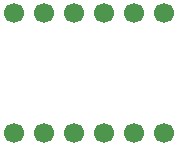
<source format=gbl>
G04 Layer_Physical_Order=2*
G04 Layer_Color=16711680*
%FSLAX25Y25*%
%MOIN*%
G70*
G01*
G75*
%ADD12C,0.06693*%
D12*
X10000Y50000D02*
D03*
X30000D02*
D03*
X50000D02*
D03*
X20000D02*
D03*
Y10000D02*
D03*
X10000D02*
D03*
X40000Y50000D02*
D03*
Y10000D02*
D03*
X30000D02*
D03*
X60000Y50000D02*
D03*
Y10000D02*
D03*
X50000D02*
D03*
M02*

</source>
